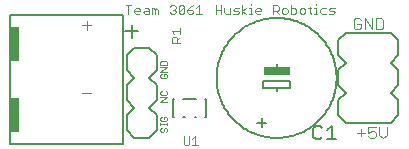
<source format=gto>
G75*
%MOIN*%
%OFA0B0*%
%FSLAX25Y25*%
%IPPOS*%
%LPD*%
%AMOC8*
5,1,8,0,0,1.08239X$1,22.5*
%
%ADD10C,0.00200*%
%ADD11C,0.00600*%
%ADD12C,0.00300*%
%ADD13R,0.09000X0.02500*%
%ADD14C,0.00500*%
%ADD15R,0.02953X0.11811*%
%ADD16C,0.00400*%
D10*
X0055998Y0009524D02*
X0056365Y0009157D01*
X0056732Y0009157D01*
X0057099Y0009524D01*
X0057099Y0010258D01*
X0057466Y0010625D01*
X0057833Y0010625D01*
X0058200Y0010258D01*
X0058200Y0009524D01*
X0057833Y0009157D01*
X0055998Y0009524D02*
X0055998Y0010258D01*
X0056365Y0010625D01*
X0055998Y0011367D02*
X0055998Y0012101D01*
X0055998Y0011734D02*
X0058200Y0011734D01*
X0058200Y0011367D02*
X0058200Y0012101D01*
X0057833Y0012840D02*
X0056365Y0012840D01*
X0055998Y0013207D01*
X0055998Y0013941D01*
X0056365Y0014308D01*
X0057099Y0014308D02*
X0057099Y0013574D01*
X0057833Y0012840D02*
X0058200Y0013207D01*
X0058200Y0013941D01*
X0057833Y0014308D01*
X0057099Y0014308D01*
X0055998Y0019330D02*
X0058200Y0020798D01*
X0055998Y0020798D01*
X0056365Y0021540D02*
X0057833Y0021540D01*
X0058200Y0021907D01*
X0058200Y0022641D01*
X0057833Y0023008D01*
X0056365Y0023008D02*
X0055998Y0022641D01*
X0055998Y0021907D01*
X0056365Y0021540D01*
X0055998Y0019330D02*
X0058200Y0019330D01*
X0057833Y0027120D02*
X0056365Y0027120D01*
X0055998Y0027487D01*
X0055998Y0028221D01*
X0056365Y0028588D01*
X0057099Y0028588D02*
X0057099Y0027854D01*
X0057099Y0028588D02*
X0057833Y0028588D01*
X0058200Y0028221D01*
X0058200Y0027487D01*
X0057833Y0027120D01*
X0058200Y0029330D02*
X0055998Y0029330D01*
X0058200Y0030798D01*
X0055998Y0030798D01*
X0055998Y0031540D02*
X0055998Y0032641D01*
X0056365Y0033008D01*
X0057833Y0033008D01*
X0058200Y0032641D01*
X0058200Y0031540D01*
X0055998Y0031540D01*
D11*
X0054700Y0029700D02*
X0052200Y0027200D01*
X0054700Y0024700D01*
X0054700Y0019700D01*
X0052200Y0017200D01*
X0054700Y0014700D01*
X0054700Y0009700D01*
X0052200Y0007200D01*
X0047200Y0007200D01*
X0044700Y0009700D01*
X0044700Y0014700D01*
X0047200Y0017200D01*
X0044700Y0019700D01*
X0044700Y0024700D01*
X0047200Y0027200D01*
X0044700Y0029700D01*
X0044700Y0034700D01*
X0047200Y0037200D01*
X0052200Y0037200D01*
X0054700Y0034700D01*
X0054700Y0029700D01*
X0060102Y0020291D02*
X0060472Y0020291D01*
X0060102Y0020291D02*
X0060102Y0014109D01*
X0060472Y0014109D01*
X0063645Y0014109D02*
X0064015Y0014109D01*
X0067385Y0014109D02*
X0067755Y0014109D01*
X0070928Y0014109D02*
X0071298Y0014109D01*
X0071298Y0020291D01*
X0070928Y0020291D01*
X0067755Y0020291D02*
X0063645Y0020291D01*
X0088200Y0012200D02*
X0091200Y0012200D01*
X0089700Y0013700D02*
X0089700Y0010700D01*
X0115200Y0014700D02*
X0115200Y0019700D01*
X0117700Y0022200D01*
X0115200Y0024700D01*
X0115200Y0029700D01*
X0117700Y0032200D01*
X0115200Y0034700D01*
X0115200Y0039700D01*
X0117700Y0042200D01*
X0132700Y0042200D01*
X0135200Y0039700D01*
X0135200Y0034700D01*
X0132700Y0032200D01*
X0135200Y0029700D01*
X0135200Y0024700D01*
X0132700Y0022200D01*
X0135200Y0019700D01*
X0135200Y0014700D01*
X0132700Y0012200D01*
X0117700Y0012200D01*
X0115200Y0014700D01*
X0094700Y0022700D02*
X0094700Y0023700D01*
X0090200Y0023700D01*
X0090200Y0026200D01*
X0099200Y0026200D01*
X0099200Y0023700D01*
X0094700Y0023700D01*
X0074700Y0027200D02*
X0074706Y0027691D01*
X0074724Y0028181D01*
X0074754Y0028671D01*
X0074796Y0029160D01*
X0074850Y0029648D01*
X0074916Y0030135D01*
X0074994Y0030619D01*
X0075084Y0031102D01*
X0075186Y0031582D01*
X0075299Y0032060D01*
X0075424Y0032534D01*
X0075561Y0033006D01*
X0075709Y0033474D01*
X0075869Y0033938D01*
X0076040Y0034398D01*
X0076222Y0034854D01*
X0076416Y0035305D01*
X0076620Y0035751D01*
X0076836Y0036192D01*
X0077062Y0036628D01*
X0077298Y0037058D01*
X0077545Y0037482D01*
X0077803Y0037900D01*
X0078071Y0038311D01*
X0078348Y0038716D01*
X0078636Y0039114D01*
X0078933Y0039505D01*
X0079240Y0039888D01*
X0079556Y0040263D01*
X0079881Y0040631D01*
X0080215Y0040991D01*
X0080558Y0041342D01*
X0080909Y0041685D01*
X0081269Y0042019D01*
X0081637Y0042344D01*
X0082012Y0042660D01*
X0082395Y0042967D01*
X0082786Y0043264D01*
X0083184Y0043552D01*
X0083589Y0043829D01*
X0084000Y0044097D01*
X0084418Y0044355D01*
X0084842Y0044602D01*
X0085272Y0044838D01*
X0085708Y0045064D01*
X0086149Y0045280D01*
X0086595Y0045484D01*
X0087046Y0045678D01*
X0087502Y0045860D01*
X0087962Y0046031D01*
X0088426Y0046191D01*
X0088894Y0046339D01*
X0089366Y0046476D01*
X0089840Y0046601D01*
X0090318Y0046714D01*
X0090798Y0046816D01*
X0091281Y0046906D01*
X0091765Y0046984D01*
X0092252Y0047050D01*
X0092740Y0047104D01*
X0093229Y0047146D01*
X0093719Y0047176D01*
X0094209Y0047194D01*
X0094700Y0047200D01*
X0095191Y0047194D01*
X0095681Y0047176D01*
X0096171Y0047146D01*
X0096660Y0047104D01*
X0097148Y0047050D01*
X0097635Y0046984D01*
X0098119Y0046906D01*
X0098602Y0046816D01*
X0099082Y0046714D01*
X0099560Y0046601D01*
X0100034Y0046476D01*
X0100506Y0046339D01*
X0100974Y0046191D01*
X0101438Y0046031D01*
X0101898Y0045860D01*
X0102354Y0045678D01*
X0102805Y0045484D01*
X0103251Y0045280D01*
X0103692Y0045064D01*
X0104128Y0044838D01*
X0104558Y0044602D01*
X0104982Y0044355D01*
X0105400Y0044097D01*
X0105811Y0043829D01*
X0106216Y0043552D01*
X0106614Y0043264D01*
X0107005Y0042967D01*
X0107388Y0042660D01*
X0107763Y0042344D01*
X0108131Y0042019D01*
X0108491Y0041685D01*
X0108842Y0041342D01*
X0109185Y0040991D01*
X0109519Y0040631D01*
X0109844Y0040263D01*
X0110160Y0039888D01*
X0110467Y0039505D01*
X0110764Y0039114D01*
X0111052Y0038716D01*
X0111329Y0038311D01*
X0111597Y0037900D01*
X0111855Y0037482D01*
X0112102Y0037058D01*
X0112338Y0036628D01*
X0112564Y0036192D01*
X0112780Y0035751D01*
X0112984Y0035305D01*
X0113178Y0034854D01*
X0113360Y0034398D01*
X0113531Y0033938D01*
X0113691Y0033474D01*
X0113839Y0033006D01*
X0113976Y0032534D01*
X0114101Y0032060D01*
X0114214Y0031582D01*
X0114316Y0031102D01*
X0114406Y0030619D01*
X0114484Y0030135D01*
X0114550Y0029648D01*
X0114604Y0029160D01*
X0114646Y0028671D01*
X0114676Y0028181D01*
X0114694Y0027691D01*
X0114700Y0027200D01*
X0114694Y0026709D01*
X0114676Y0026219D01*
X0114646Y0025729D01*
X0114604Y0025240D01*
X0114550Y0024752D01*
X0114484Y0024265D01*
X0114406Y0023781D01*
X0114316Y0023298D01*
X0114214Y0022818D01*
X0114101Y0022340D01*
X0113976Y0021866D01*
X0113839Y0021394D01*
X0113691Y0020926D01*
X0113531Y0020462D01*
X0113360Y0020002D01*
X0113178Y0019546D01*
X0112984Y0019095D01*
X0112780Y0018649D01*
X0112564Y0018208D01*
X0112338Y0017772D01*
X0112102Y0017342D01*
X0111855Y0016918D01*
X0111597Y0016500D01*
X0111329Y0016089D01*
X0111052Y0015684D01*
X0110764Y0015286D01*
X0110467Y0014895D01*
X0110160Y0014512D01*
X0109844Y0014137D01*
X0109519Y0013769D01*
X0109185Y0013409D01*
X0108842Y0013058D01*
X0108491Y0012715D01*
X0108131Y0012381D01*
X0107763Y0012056D01*
X0107388Y0011740D01*
X0107005Y0011433D01*
X0106614Y0011136D01*
X0106216Y0010848D01*
X0105811Y0010571D01*
X0105400Y0010303D01*
X0104982Y0010045D01*
X0104558Y0009798D01*
X0104128Y0009562D01*
X0103692Y0009336D01*
X0103251Y0009120D01*
X0102805Y0008916D01*
X0102354Y0008722D01*
X0101898Y0008540D01*
X0101438Y0008369D01*
X0100974Y0008209D01*
X0100506Y0008061D01*
X0100034Y0007924D01*
X0099560Y0007799D01*
X0099082Y0007686D01*
X0098602Y0007584D01*
X0098119Y0007494D01*
X0097635Y0007416D01*
X0097148Y0007350D01*
X0096660Y0007296D01*
X0096171Y0007254D01*
X0095681Y0007224D01*
X0095191Y0007206D01*
X0094700Y0007200D01*
X0094209Y0007206D01*
X0093719Y0007224D01*
X0093229Y0007254D01*
X0092740Y0007296D01*
X0092252Y0007350D01*
X0091765Y0007416D01*
X0091281Y0007494D01*
X0090798Y0007584D01*
X0090318Y0007686D01*
X0089840Y0007799D01*
X0089366Y0007924D01*
X0088894Y0008061D01*
X0088426Y0008209D01*
X0087962Y0008369D01*
X0087502Y0008540D01*
X0087046Y0008722D01*
X0086595Y0008916D01*
X0086149Y0009120D01*
X0085708Y0009336D01*
X0085272Y0009562D01*
X0084842Y0009798D01*
X0084418Y0010045D01*
X0084000Y0010303D01*
X0083589Y0010571D01*
X0083184Y0010848D01*
X0082786Y0011136D01*
X0082395Y0011433D01*
X0082012Y0011740D01*
X0081637Y0012056D01*
X0081269Y0012381D01*
X0080909Y0012715D01*
X0080558Y0013058D01*
X0080215Y0013409D01*
X0079881Y0013769D01*
X0079556Y0014137D01*
X0079240Y0014512D01*
X0078933Y0014895D01*
X0078636Y0015286D01*
X0078348Y0015684D01*
X0078071Y0016089D01*
X0077803Y0016500D01*
X0077545Y0016918D01*
X0077298Y0017342D01*
X0077062Y0017772D01*
X0076836Y0018208D01*
X0076620Y0018649D01*
X0076416Y0019095D01*
X0076222Y0019546D01*
X0076040Y0020002D01*
X0075869Y0020462D01*
X0075709Y0020926D01*
X0075561Y0021394D01*
X0075424Y0021866D01*
X0075299Y0022340D01*
X0075186Y0022818D01*
X0075084Y0023298D01*
X0074994Y0023781D01*
X0074916Y0024265D01*
X0074850Y0024752D01*
X0074796Y0025240D01*
X0074754Y0025729D01*
X0074724Y0026219D01*
X0074706Y0026709D01*
X0074700Y0027200D01*
X0094700Y0029700D02*
X0094700Y0031700D01*
X0048582Y0042690D02*
X0044312Y0042690D01*
X0046447Y0040555D02*
X0046447Y0044825D01*
D12*
X0045317Y0048550D02*
X0045317Y0051452D01*
X0044350Y0051452D02*
X0046285Y0051452D01*
X0047297Y0050001D02*
X0047780Y0050485D01*
X0048748Y0050485D01*
X0049231Y0050001D01*
X0049231Y0049517D01*
X0047297Y0049517D01*
X0047297Y0049034D02*
X0047297Y0050001D01*
X0047297Y0049034D02*
X0047780Y0048550D01*
X0048748Y0048550D01*
X0050243Y0049034D02*
X0050727Y0049517D01*
X0052178Y0049517D01*
X0052178Y0050001D02*
X0052178Y0048550D01*
X0050727Y0048550D01*
X0050243Y0049034D01*
X0051694Y0050485D02*
X0052178Y0050001D01*
X0051694Y0050485D02*
X0050727Y0050485D01*
X0053190Y0050485D02*
X0053673Y0050485D01*
X0054157Y0050001D01*
X0054641Y0050485D01*
X0055125Y0050001D01*
X0055125Y0048550D01*
X0054157Y0048550D02*
X0054157Y0050001D01*
X0053190Y0050485D02*
X0053190Y0048550D01*
X0059083Y0049034D02*
X0059566Y0048550D01*
X0060534Y0048550D01*
X0061018Y0049034D01*
X0061018Y0049517D01*
X0060534Y0050001D01*
X0060050Y0050001D01*
X0060534Y0050001D02*
X0061018Y0050485D01*
X0061018Y0050969D01*
X0060534Y0051452D01*
X0059566Y0051452D01*
X0059083Y0050969D01*
X0062029Y0050969D02*
X0062513Y0051452D01*
X0063480Y0051452D01*
X0063964Y0050969D01*
X0062029Y0049034D01*
X0062513Y0048550D01*
X0063480Y0048550D01*
X0063964Y0049034D01*
X0063964Y0050969D01*
X0062029Y0050969D02*
X0062029Y0049034D01*
X0064976Y0049034D02*
X0065459Y0048550D01*
X0066427Y0048550D01*
X0066911Y0049034D01*
X0066911Y0049517D01*
X0066427Y0050001D01*
X0064976Y0050001D01*
X0064976Y0049034D01*
X0064976Y0050001D02*
X0065943Y0050969D01*
X0066911Y0051452D01*
X0067922Y0050485D02*
X0068890Y0051452D01*
X0068890Y0048550D01*
X0069857Y0048550D02*
X0067922Y0048550D01*
X0074350Y0048550D02*
X0074350Y0051452D01*
X0076285Y0051452D02*
X0076285Y0048550D01*
X0077297Y0049034D02*
X0077780Y0048550D01*
X0079231Y0048550D01*
X0079231Y0050485D01*
X0080243Y0050001D02*
X0080727Y0050485D01*
X0082178Y0050485D01*
X0081694Y0049517D02*
X0080727Y0049517D01*
X0080243Y0050001D01*
X0081694Y0049517D02*
X0082178Y0049034D01*
X0081694Y0048550D01*
X0080243Y0048550D01*
X0083190Y0048550D02*
X0083190Y0051452D01*
X0084641Y0050485D02*
X0083190Y0049517D01*
X0084641Y0048550D01*
X0085645Y0048550D02*
X0086612Y0048550D01*
X0086129Y0048550D02*
X0086129Y0050485D01*
X0085645Y0050485D01*
X0087609Y0050001D02*
X0088093Y0050485D01*
X0089061Y0050485D01*
X0089544Y0050001D01*
X0089544Y0049517D01*
X0087609Y0049517D01*
X0087609Y0049034D02*
X0087609Y0050001D01*
X0087609Y0049034D02*
X0088093Y0048550D01*
X0089061Y0048550D01*
X0093502Y0048550D02*
X0093502Y0051452D01*
X0094954Y0051452D01*
X0095437Y0050969D01*
X0095437Y0050001D01*
X0094954Y0049517D01*
X0093502Y0049517D01*
X0094470Y0049517D02*
X0095437Y0048550D01*
X0096449Y0049034D02*
X0096933Y0048550D01*
X0097900Y0048550D01*
X0098384Y0049034D01*
X0098384Y0050001D01*
X0097900Y0050485D01*
X0096933Y0050485D01*
X0096449Y0050001D01*
X0096449Y0049034D01*
X0099395Y0048550D02*
X0100847Y0048550D01*
X0101330Y0049034D01*
X0101330Y0050001D01*
X0100847Y0050485D01*
X0099395Y0050485D01*
X0099395Y0051452D02*
X0099395Y0048550D01*
X0102342Y0049034D02*
X0102342Y0050001D01*
X0102826Y0050485D01*
X0103793Y0050485D01*
X0104277Y0050001D01*
X0104277Y0049034D01*
X0103793Y0048550D01*
X0102826Y0048550D01*
X0102342Y0049034D01*
X0105288Y0050485D02*
X0106256Y0050485D01*
X0105772Y0050969D02*
X0105772Y0049034D01*
X0106256Y0048550D01*
X0107253Y0048550D02*
X0108220Y0048550D01*
X0107737Y0048550D02*
X0107737Y0050485D01*
X0107253Y0050485D01*
X0107737Y0051452D02*
X0107737Y0051936D01*
X0109217Y0050001D02*
X0109701Y0050485D01*
X0111152Y0050485D01*
X0112164Y0050001D02*
X0112647Y0050485D01*
X0114099Y0050485D01*
X0113615Y0049517D02*
X0112647Y0049517D01*
X0112164Y0050001D01*
X0113615Y0049517D02*
X0114099Y0049034D01*
X0113615Y0048550D01*
X0112164Y0048550D01*
X0111152Y0048550D02*
X0109701Y0048550D01*
X0109217Y0049034D01*
X0109217Y0050001D01*
X0120350Y0046436D02*
X0120350Y0043967D01*
X0120967Y0043350D01*
X0122202Y0043350D01*
X0122819Y0043967D01*
X0122819Y0045202D01*
X0121584Y0045202D01*
X0120350Y0046436D02*
X0120967Y0047053D01*
X0122202Y0047053D01*
X0122819Y0046436D01*
X0124033Y0047053D02*
X0126502Y0043350D01*
X0126502Y0047053D01*
X0127716Y0047053D02*
X0129568Y0047053D01*
X0130185Y0046436D01*
X0130185Y0043967D01*
X0129568Y0043350D01*
X0127716Y0043350D01*
X0127716Y0047053D01*
X0124033Y0047053D02*
X0124033Y0043350D01*
X0086129Y0051452D02*
X0086129Y0051936D01*
X0077297Y0050485D02*
X0077297Y0049034D01*
X0076285Y0050001D02*
X0074350Y0050001D01*
X0062600Y0043781D02*
X0062600Y0041847D01*
X0062600Y0040835D02*
X0061633Y0039867D01*
X0061633Y0040351D02*
X0061633Y0038900D01*
X0062600Y0038900D02*
X0059698Y0038900D01*
X0059698Y0040351D01*
X0060181Y0040835D01*
X0061149Y0040835D01*
X0061633Y0040351D01*
X0060665Y0041847D02*
X0059698Y0042814D01*
X0062600Y0042814D01*
X0125283Y0010803D02*
X0125283Y0008952D01*
X0126518Y0009569D01*
X0127135Y0009569D01*
X0127752Y0008952D01*
X0127752Y0007717D01*
X0127135Y0007100D01*
X0125900Y0007100D01*
X0125283Y0007717D01*
X0122834Y0007717D02*
X0122834Y0010186D01*
X0125283Y0010803D02*
X0127752Y0010803D01*
X0128966Y0010803D02*
X0128966Y0008334D01*
X0130201Y0007100D01*
X0131435Y0008334D01*
X0131435Y0010803D01*
X0124069Y0008952D02*
X0121600Y0008952D01*
X0068581Y0004850D02*
X0066647Y0004850D01*
X0067614Y0004850D02*
X0067614Y0007752D01*
X0066647Y0006785D01*
X0065635Y0007752D02*
X0065635Y0005334D01*
X0065151Y0004850D01*
X0064184Y0004850D01*
X0063700Y0005334D01*
X0063700Y0007752D01*
D13*
X0094700Y0029450D03*
D14*
X0043401Y0005015D02*
X0005999Y0005015D01*
X0005999Y0048322D01*
X0043401Y0048322D01*
X0043401Y0005015D01*
X0032574Y0005015D02*
X0024700Y0005015D01*
X0106950Y0007501D02*
X0107701Y0006750D01*
X0109202Y0006750D01*
X0109953Y0007501D01*
X0111554Y0006750D02*
X0114556Y0006750D01*
X0113055Y0006750D02*
X0113055Y0011254D01*
X0111554Y0009753D01*
X0109953Y0010503D02*
X0109202Y0011254D01*
X0107701Y0011254D01*
X0106950Y0010503D01*
X0106950Y0007501D01*
D15*
X0007476Y0014857D03*
X0007476Y0038480D03*
D16*
X0029900Y0044702D02*
X0032969Y0044702D01*
X0031435Y0046237D02*
X0031435Y0043167D01*
X0029900Y0022202D02*
X0032969Y0022202D01*
M02*

</source>
